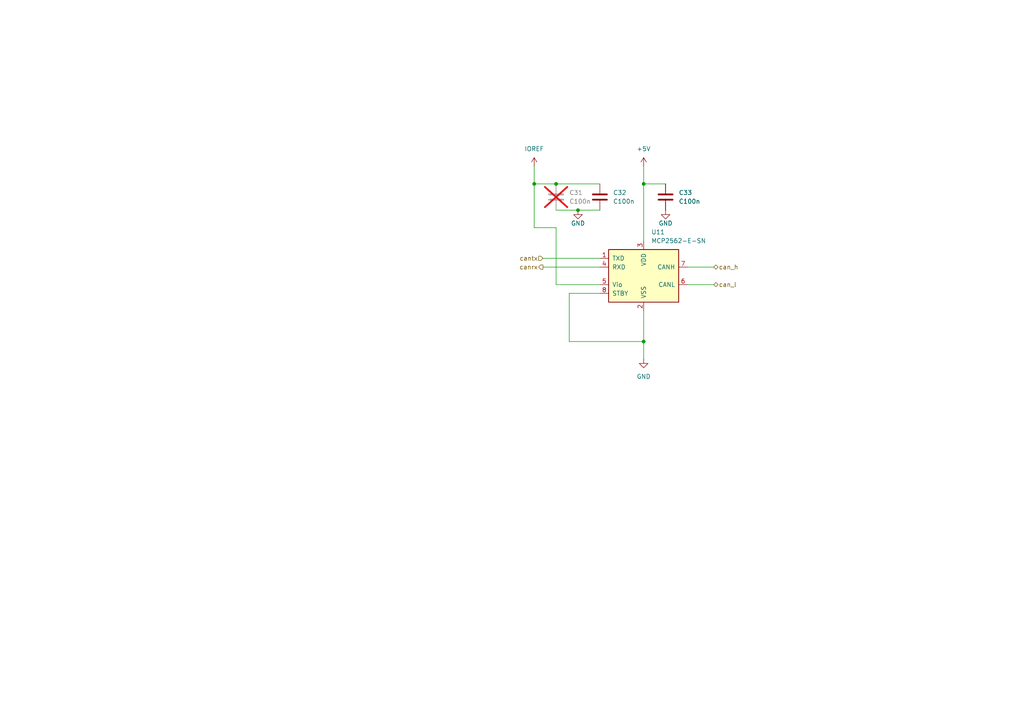
<source format=kicad_sch>
(kicad_sch (version 20231120) (generator "eeschema") (generator_version "8.0")
  (paper "A4")
  (title_block (title "Arduino Nano LCC Booster") (date "2024-11-16") (rev "5") (company "TMRC") (comment 1 "Noah Paladino"))
  (lib_symbols
    (symbol "Device:C" (pin_numbers hide) (pin_names (offset 0.254))
      (property "Reference" "C" (at 0.635 2.54 0))
      (property "Value" "C" (at 0.635 -2.54 0))
      (symbol "C_0_1"
        (polyline (pts (xy -2.032 -0.762) (xy 2.032 -0.762)) (stroke (width 0.508)))
        (polyline (pts (xy -2.032 0.762) (xy 2.032 0.762)) (stroke (width 0.508)))
      )
      (symbol "C_1_1"
        (pin passive line (at 0 3.81 270) (length 2.794) (name "~") (number "1"))
        (pin passive line (at 0 -3.81 90) (length 2.794) (name "~") (number "2"))
      )
    )
    (symbol "Interface_CAN_LIN:MCP2562-E-SN" (pin_names (offset 1.016))
      (property "Reference" "U" (at -10.16 8.89 0))
      (property "Value" "MCP2562-E-SN" (at 2.54 8.89 0))
      (symbol "MCP2562-E-SN_0_1"
        (rectangle (start -10.16 7.62) (end 10.16 -7.62) (stroke (width 0.254)) (fill (type background)))
      )
      (symbol "MCP2562-E-SN_1_1"
        (pin input line (at -12.7 5.08 0) (length 2.54) (name "TXD") (number "1"))
        (pin power_in line (at 0 -10.16 90) (length 2.54) (name "VSS") (number "2"))
        (pin power_in line (at 0 10.16 270) (length 2.54) (name "VDD") (number "3"))
        (pin output line (at -12.7 2.54 0) (length 2.54) (name "RXD") (number "4"))
        (pin power_in line (at -12.7 -2.54 0) (length 2.54) (name "Vio") (number "5"))
        (pin bidirectional line (at 12.7 -2.54 180) (length 2.54) (name "CANL") (number "6"))
        (pin bidirectional line (at 12.7 2.54 180) (length 2.54) (name "CANH") (number "7"))
        (pin input line (at -12.7 -5.08 0) (length 2.54) (name "STBY") (number "8"))
      )
    )
    (symbol "power:+5V" (power) (pin_numbers hide) (pin_names (offset 0) hide)
      (property "Value" "+5V" (at 0 3.556 0))
      (symbol "+5V_0_1"
        (polyline (pts (xy -0.762 1.27) (xy 0 2.54)))
        (polyline (pts (xy 0 0) (xy 0 2.54)))
        (polyline (pts (xy 0 2.54) (xy 0.762 1.27)))
      )
      (symbol "+5V_1_1"
        (pin power_in line (at 0 0 90) (length 0) (name "~") (number "1"))
      )
    )
    (symbol "power:GND" (power) (pin_numbers hide) (pin_names (offset 0) hide)
      (property "Value" "GND" (at 0 -3.81 0))
      (symbol "GND_0_1"
        (polyline (pts (xy 0 0) (xy 0 -1.27) (xy 1.27 -1.27) (xy 0 -2.54) (xy -1.27 -1.27) (xy 0 -1.27)))
      )
      (symbol "GND_1_1"
        (pin power_in line (at 0 0 270) (length 0) (name "~") (number "1"))
      )
    )
  )
  (junction (at 186.69 53.34))
  (junction (at 154.94 53.34))
  (junction (at 186.69 99.06))
  (junction (at 161.29 53.34))
  (junction (at 167.64 60.96))
  (wire (pts (xy 161.29 53.34) (xy 173.99 53.34)))
  (wire (pts (xy 154.94 48.26) (xy 154.94 53.34)))
  (wire (pts (xy 154.94 66.04) (xy 161.29 66.04)))
  (wire (pts (xy 186.69 53.34) (xy 193.04 53.34)))
  (wire (pts (xy 186.69 48.26) (xy 186.69 53.34)))
  (wire (pts (xy 186.69 99.06) (xy 186.69 90.17)))
  (wire (pts (xy 207.01 82.55) (xy 199.39 82.55)))
  (wire (pts (xy 186.69 99.06) (xy 186.69 104.14)))
  (wire (pts (xy 165.1 85.09) (xy 173.99 85.09)))
  (wire (pts (xy 186.69 53.34) (xy 186.69 69.85)))
  (wire (pts (xy 167.64 60.96) (xy 173.99 60.96)))
  (wire (pts (xy 161.29 82.55) (xy 173.99 82.55)))
  (wire (pts (xy 161.29 66.04) (xy 161.29 82.55)))
  (wire (pts (xy 157.48 74.93) (xy 173.99 74.93)))
  (wire (pts (xy 161.29 60.96) (xy 167.64 60.96)))
  (wire (pts (xy 207.01 77.47) (xy 199.39 77.47)))
  (wire (pts (xy 165.1 85.09) (xy 165.1 99.06)))
  (wire (pts (xy 154.94 53.34) (xy 154.94 66.04)))
  (wire (pts (xy 186.69 99.06) (xy 165.1 99.06)))
  (wire (pts (xy 157.48 77.47) (xy 173.99 77.47)))
  (wire (pts (xy 154.94 53.34) (xy 161.29 53.34)))
  (hierarchical_label "cantx" (shape input) (at 157.48 74.93 180))
  (hierarchical_label "can_h" (shape bidirectional) (at 207.01 77.47 0))
  (hierarchical_label "can_l" (shape bidirectional) (at 207.01 82.55 0))
  (hierarchical_label "canrx" (shape output) (at 157.48 77.47 180))
  (symbol (lib_id "power:GND") (at 186.69 104.14 0) (unit 1)
    (property "Reference" "#PWR044" (effects (hide yes)))
    (property "Value" "GND" (at 186.69 109.22 0))
    (property "Description" "Power symbol creates a global label with name \"GND\" , ground" (effects (hide yes)))
  )
  (symbol (lib_id "power:GND") (at 193.04 60.96 0) (unit 1)
    (property "Reference" "#PWR045" (effects (hide yes)))
    (property "Value" "GND" (at 193.04 64.77 0))
    (property "Description" "Power symbol creates a global label with name \"GND\" , ground" (effects (hide yes)))
  )
  (symbol (lib_id "power:+5V") (at 154.94 48.26 0) (unit 1)
    (property "Reference" "#PWR041" (effects (hide yes)))
    (property "Value" "IOREF" (at 154.94 43.18 0))
    (property "Description" "Power symbol creates a global label with name \"+5V\"" (effects (hide yes)))
  )
  (symbol (lib_id "Interface_CAN_LIN:MCP2562-E-SN") (at 186.69 80.01 0) (unit 1)
    (property "Reference" "U11" (at 188.8841 67.31 0) (effects (justify left)))
    (property "Value" "MCP2562-E-SN" (at 188.8841 69.85 0) (effects (justify left)))
    (property "Footprint" "Package_SO:SOIC-8_3.9x4.9mm_P1.27mm" (effects (hide yes)))
    (property "Datasheet" "http://ww1.microchip.com/downloads/en/DeviceDoc/25167A.pdf" (effects (hide yes)))
    (property "Description" "High-Speed CAN Transceiver, 1Mbps, 5V supply, Vio pin, -40C to +125C, SOIC-8" (effects (hide yes)))
    (property "MANUFACTURER" "Microchip" (effects (hide yes)))
    (property "Manufacturer Part Number" "MCP2562-E-SN" (effects (hide yes)))
  )
  (symbol (lib_id "power:GND") (at 167.64 60.96 0) (unit 1)
    (property "Reference" "#PWR042" (effects (hide yes)))
    (property "Value" "GND" (at 167.64 64.77 0))
    (property "Description" "Power symbol creates a global label with name \"GND\" , ground" (effects (hide yes)))
  )
  (symbol (lib_id "Device:C") (at 161.29 57.15 0) (unit 1) (dnp yes)
    (property "Reference" "C31" (at 165.1 55.8799 0) (effects (justify left)))
    (property "Value" "C100n" (at 165.1 58.4199 0) (effects (justify left)))
    (property "Footprint" "Capacitor_SMD:C_0805_2012Metric_Pad1.18x1.45mm_HandSolder" (effects (hide yes)))
    (property "Description" "Unpolarized capacitor" (effects (hide yes)))
  )
  (symbol (lib_id "power:+5V") (at 186.69 48.26 0) (unit 1)
    (property "Reference" "#PWR043" (effects (hide yes)))
    (property "Value" "+5V" (at 186.69 43.18 0))
    (property "Description" "Power symbol creates a global label with name \"+5V\"" (effects (hide yes)))
  )
  (symbol (lib_id "Device:C") (at 193.04 57.15 0) (unit 1)
    (property "Reference" "C33" (at 196.85 55.8799 0) (effects (justify left)))
    (property "Value" "C100n" (at 196.85 58.4199 0) (effects (justify left)))
    (property "Footprint" "Capacitor_SMD:C_0805_2012Metric_Pad1.18x1.45mm_HandSolder" (effects (hide yes)))
    (property "Description" "Unpolarized capacitor" (effects (hide yes)))
    (property "MANUFACTURER" "Samsung" (effects (hide yes)))
    (property "Manufacturer Part Number" "CL21B104KACNFNC" (effects (hide yes)))
  )
  (symbol (lib_id "Device:C") (at 173.99 57.15 0) (unit 1)
    (property "Reference" "C32" (at 177.8 55.8799 0) (effects (justify left)))
    (property "Value" "C100n" (at 177.8 58.4199 0) (effects (justify left)))
    (property "Footprint" "Capacitor_SMD:C_0805_2012Metric_Pad1.18x1.45mm_HandSolder" (effects (hide yes)))
    (property "Description" "Unpolarized capacitor" (effects (hide yes)))
    (property "MANUFACTURER" "Samsung" (effects (hide yes)))
    (property "Manufacturer Part Number" "CL21B104KACNFNC" (effects (hide yes)))
  )
)
</source>
